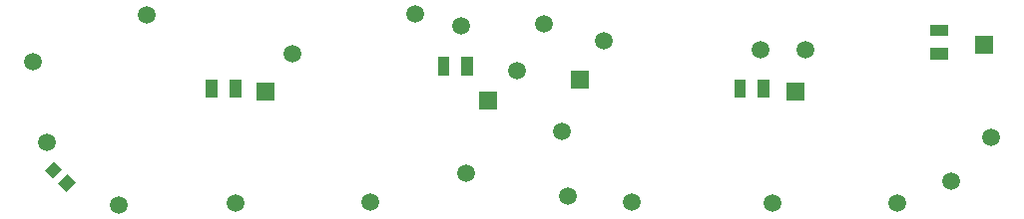
<source format=gbp>
G04 Layer: BottomPasteMaskLayer*
G04 EasyEDA v6.4.24, 2021-09-25T18:24:48+02:00*
G04 92b9668f88874301bfa8342a5f0d0e57,f5a38c858c354eb5b90fd3f81420cce3,10*
G04 Gerber Generator version 0.2*
G04 Scale: 100 percent, Rotated: No, Reflected: No *
G04 Dimensions in millimeters *
G04 leading zeros omitted , absolute positions ,4 integer and 5 decimal *
%FSLAX45Y45*%
%MOMM*%

%ADD22C,1.5000*%

%LPD*%
G36*
X6794500Y-774700D02*
G01*
X6946900Y-774700D01*
X6946900Y-927100D01*
X6794500Y-927100D01*
G37*
G36*
X8394700Y-381000D02*
G01*
X8547100Y-381000D01*
X8547100Y-533400D01*
X8394700Y-533400D01*
G37*
G36*
X4191000Y-850900D02*
G01*
X4343400Y-850900D01*
X4343400Y-1003300D01*
X4191000Y-1003300D01*
G37*
G36*
X2298700Y-774700D02*
G01*
X2451100Y-774700D01*
X2451100Y-927100D01*
X2298700Y-927100D01*
G37*
D22*
G01*
X1371600Y-203200D03*
G01*
X520700Y-1282700D03*
G01*
X1130300Y-1816100D03*
G01*
X406400Y-596900D03*
G01*
X4737100Y-279400D03*
G01*
X5245100Y-419100D03*
G01*
X4038600Y-292100D03*
G01*
X4508500Y-673100D03*
G01*
X4889500Y-1193800D03*
G01*
X4940300Y-1739900D03*
G01*
X4076700Y-1549400D03*
G01*
X3263900Y-1790700D03*
G01*
X2120900Y-1803400D03*
G01*
X2603500Y-533400D03*
G01*
X3644900Y-190500D03*
G01*
X5486400Y-1790700D03*
G01*
X6680200Y-1803400D03*
G01*
X7734300Y-1803400D03*
G01*
X8191500Y-1612900D03*
G01*
X8534400Y-1244600D03*
G01*
X6578600Y-495300D03*
G01*
X6959600Y-495300D03*
G36*
X4966898Y-674301D02*
G01*
X5116898Y-674301D01*
X5116898Y-824301D01*
X4966898Y-824301D01*
G37*
G36*
X651621Y-1514391D02*
G01*
X579686Y-1444924D01*
X503273Y-1524053D01*
X575208Y-1593519D01*
G37*
G36*
X766716Y-1625536D02*
G01*
X694781Y-1556070D01*
X618368Y-1635198D01*
X690300Y-1704665D01*
G37*
G36*
X2069299Y-903000D02*
G01*
X2169299Y-903000D01*
X2169299Y-747999D01*
X2069299Y-747999D01*
G37*
G36*
X1869300Y-903000D02*
G01*
X1969300Y-903000D01*
X1969300Y-747999D01*
X1869300Y-747999D01*
G37*
G36*
X4037799Y-712500D02*
G01*
X4137799Y-712500D01*
X4137799Y-557499D01*
X4037799Y-557499D01*
G37*
G36*
X3837800Y-712500D02*
G01*
X3937800Y-712500D01*
X3937800Y-557499D01*
X3837800Y-557499D01*
G37*
G36*
X6552399Y-903000D02*
G01*
X6652399Y-903000D01*
X6652399Y-747999D01*
X6552399Y-747999D01*
G37*
G36*
X6352400Y-903000D02*
G01*
X6452400Y-903000D01*
X6452400Y-747999D01*
X6352400Y-747999D01*
G37*
G36*
X8167400Y-381800D02*
G01*
X8167400Y-281800D01*
X8012399Y-281800D01*
X8012399Y-381800D01*
G37*
G36*
X8167400Y-581799D02*
G01*
X8167400Y-481799D01*
X8012399Y-481799D01*
X8012399Y-581799D01*
G37*
M02*

</source>
